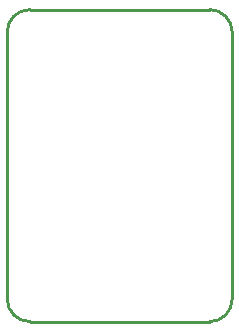
<source format=gm1>
G04*
G04 #@! TF.GenerationSoftware,Altium Limited,Altium Designer,25.1.2 (22)*
G04*
G04 Layer_Color=16711935*
%FSLAX25Y25*%
%MOIN*%
G70*
G04*
G04 #@! TF.SameCoordinates,DC056F1D-8049-40C2-8729-A4453FB46455*
G04*
G04*
G04 #@! TF.FilePolarity,Positive*
G04*
G01*
G75*
%ADD25C,0.01000*%
D25*
X428000Y353000D02*
G03*
X420500Y360500I-7500J0D01*
G01*
Y256500D02*
G03*
X428000Y264000I0J7500D01*
G01*
X360500Y360500D02*
G03*
X353000Y353000I0J-7500D01*
G01*
Y264000D02*
G03*
X360500Y256500I7500J0D01*
G01*
X420500D01*
X360500Y360500D02*
X420500D01*
X428000Y264000D02*
Y353000D01*
X353000Y264000D02*
Y353000D01*
M02*

</source>
